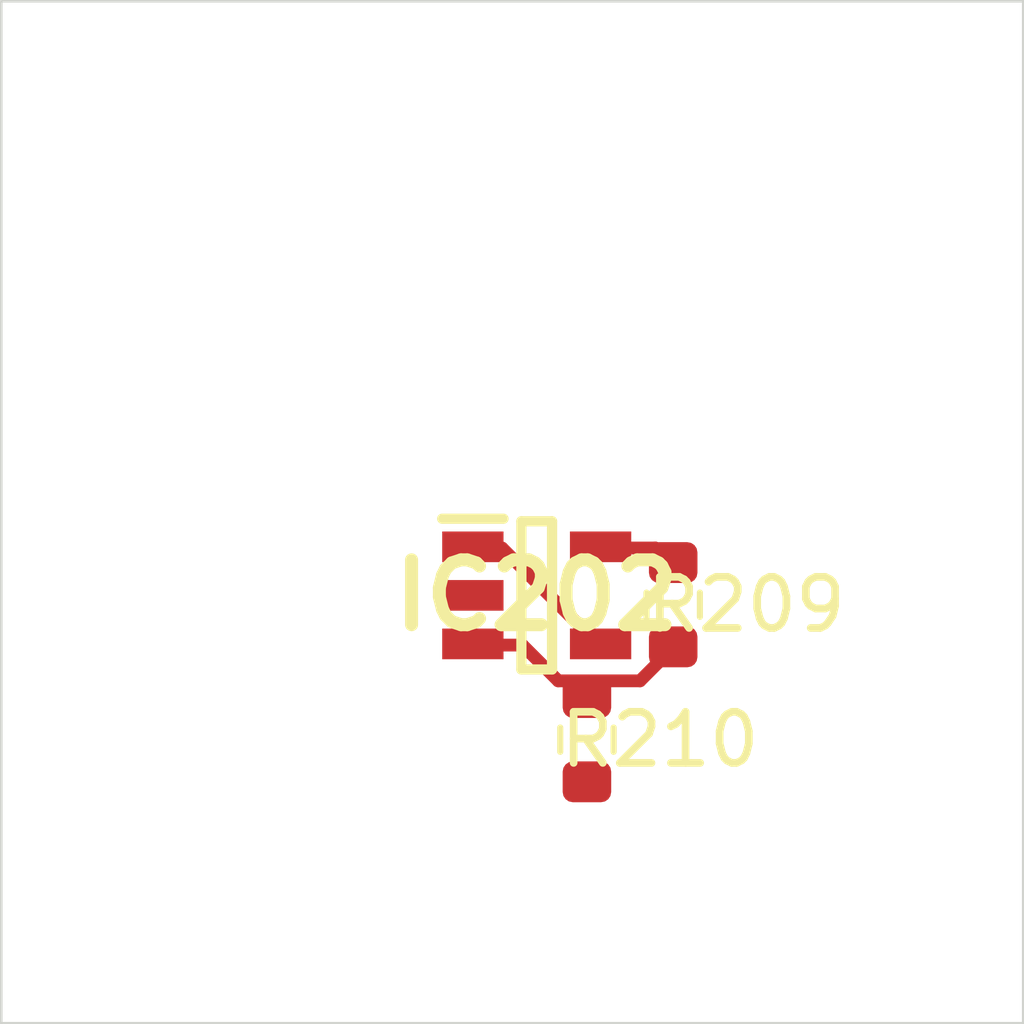
<source format=kicad_pcb>
 ( kicad_pcb  ( version 20171130 )
 ( host pcbnew 5.1.12-84ad8e8a86~92~ubuntu18.04.1 )
 ( general  ( thickness 1.6 )
 ( drawings 4 )
 ( tracks 0 )
 ( zones 0 )
 ( modules 3 )
 ( nets 5 )
)
 ( page A4 )
 ( layers  ( 0 F.Cu signal )
 ( 31 B.Cu signal )
 ( 32 B.Adhes user )
 ( 33 F.Adhes user )
 ( 34 B.Paste user )
 ( 35 F.Paste user )
 ( 36 B.SilkS user )
 ( 37 F.SilkS user )
 ( 38 B.Mask user )
 ( 39 F.Mask user )
 ( 40 Dwgs.User user )
 ( 41 Cmts.User user )
 ( 42 Eco1.User user )
 ( 43 Eco2.User user )
 ( 44 Edge.Cuts user )
 ( 45 Margin user )
 ( 46 B.CrtYd user )
 ( 47 F.CrtYd user )
 ( 48 B.Fab user )
 ( 49 F.Fab user )
)
 ( setup  ( last_trace_width 0.25 )
 ( trace_clearance 0.2 )
 ( zone_clearance 0.508 )
 ( zone_45_only no )
 ( trace_min 0.2 )
 ( via_size 0.8 )
 ( via_drill 0.4 )
 ( via_min_size 0.4 )
 ( via_min_drill 0.3 )
 ( uvia_size 0.3 )
 ( uvia_drill 0.1 )
 ( uvias_allowed no )
 ( uvia_min_size 0.2 )
 ( uvia_min_drill 0.1 )
 ( edge_width 0.05 )
 ( segment_width 0.2 )
 ( pcb_text_width 0.3 )
 ( pcb_text_size 1.5 1.5 )
 ( mod_edge_width 0.12 )
 ( mod_text_size 1 1 )
 ( mod_text_width 0.15 )
 ( pad_size 1.524 1.524 )
 ( pad_drill 0.762 )
 ( pad_to_mask_clearance 0 )
 ( aux_axis_origin 0 0 )
 ( visible_elements FFFFFF7F )
 ( pcbplotparams  ( layerselection 0x010fc_ffffffff )
 ( usegerberextensions false )
 ( usegerberattributes true )
 ( usegerberadvancedattributes true )
 ( creategerberjobfile true )
 ( excludeedgelayer true )
 ( linewidth 0.100000 )
 ( plotframeref false )
 ( viasonmask false )
 ( mode 1 )
 ( useauxorigin false )
 ( hpglpennumber 1 )
 ( hpglpenspeed 20 )
 ( hpglpendiameter 15.000000 )
 ( psnegative false )
 ( psa4output false )
 ( plotreference true )
 ( plotvalue true )
 ( plotinvisibletext false )
 ( padsonsilk false )
 ( subtractmaskfromsilk false )
 ( outputformat 1 )
 ( mirror false )
 ( drillshape 1 )
 ( scaleselection 1 )
 ( outputdirectory "" )
)
)
 ( net 0 "" )
 ( net 1 GND )
 ( net 2 VDDA )
 ( net 3 /Sheet6235D886/vp )
 ( net 4 "Net-(IC202-Pad3)" )
 ( net_class Default "This is the default net class."  ( clearance 0.2 )
 ( trace_width 0.25 )
 ( via_dia 0.8 )
 ( via_drill 0.4 )
 ( uvia_dia 0.3 )
 ( uvia_drill 0.1 )
 ( add_net /Sheet6235D886/vp )
 ( add_net GND )
 ( add_net "Net-(IC202-Pad3)" )
 ( add_net VDDA )
)
 ( module SOT95P280X145-5N locked  ( layer F.Cu )
 ( tedit 62336ED7 )
 ( tstamp 623423ED )
 ( at 90.479100 111.627000 )
 ( descr DBV0005A )
 ( tags "Integrated Circuit" )
 ( path /6235D887/6266C08E )
 ( attr smd )
 ( fp_text reference IC202  ( at 0 0 )
 ( layer F.SilkS )
 ( effects  ( font  ( size 1.27 1.27 )
 ( thickness 0.254 )
)
)
)
 ( fp_text value TL071HIDBVR  ( at 0 0 )
 ( layer F.SilkS )
hide  ( effects  ( font  ( size 1.27 1.27 )
 ( thickness 0.254 )
)
)
)
 ( fp_line  ( start -1.85 -1.5 )
 ( end -0.65 -1.5 )
 ( layer F.SilkS )
 ( width 0.2 )
)
 ( fp_line  ( start -0.3 1.45 )
 ( end -0.3 -1.45 )
 ( layer F.SilkS )
 ( width 0.2 )
)
 ( fp_line  ( start 0.3 1.45 )
 ( end -0.3 1.45 )
 ( layer F.SilkS )
 ( width 0.2 )
)
 ( fp_line  ( start 0.3 -1.45 )
 ( end 0.3 1.45 )
 ( layer F.SilkS )
 ( width 0.2 )
)
 ( fp_line  ( start -0.3 -1.45 )
 ( end 0.3 -1.45 )
 ( layer F.SilkS )
 ( width 0.2 )
)
 ( fp_line  ( start -0.8 -0.5 )
 ( end 0.15 -1.45 )
 ( layer Dwgs.User )
 ( width 0.1 )
)
 ( fp_line  ( start -0.8 1.45 )
 ( end -0.8 -1.45 )
 ( layer Dwgs.User )
 ( width 0.1 )
)
 ( fp_line  ( start 0.8 1.45 )
 ( end -0.8 1.45 )
 ( layer Dwgs.User )
 ( width 0.1 )
)
 ( fp_line  ( start 0.8 -1.45 )
 ( end 0.8 1.45 )
 ( layer Dwgs.User )
 ( width 0.1 )
)
 ( fp_line  ( start -0.8 -1.45 )
 ( end 0.8 -1.45 )
 ( layer Dwgs.User )
 ( width 0.1 )
)
 ( fp_line  ( start -2.1 1.775 )
 ( end -2.1 -1.775 )
 ( layer Dwgs.User )
 ( width 0.05 )
)
 ( fp_line  ( start 2.1 1.775 )
 ( end -2.1 1.775 )
 ( layer Dwgs.User )
 ( width 0.05 )
)
 ( fp_line  ( start 2.1 -1.775 )
 ( end 2.1 1.775 )
 ( layer Dwgs.User )
 ( width 0.05 )
)
 ( fp_line  ( start -2.1 -1.775 )
 ( end 2.1 -1.775 )
 ( layer Dwgs.User )
 ( width 0.05 )
)
 ( pad 1 smd rect  ( at -1.25 -0.95 90.000000 )
 ( size 0.6 1.2 )
 ( layers F.Cu F.Mask F.Paste )
 ( net 3 /Sheet6235D886/vp )
)
 ( pad 2 smd rect  ( at -1.25 0 90.000000 )
 ( size 0.6 1.2 )
 ( layers F.Cu F.Mask F.Paste )
 ( net 1 GND )
)
 ( pad 3 smd rect  ( at -1.25 0.95 90.000000 )
 ( size 0.6 1.2 )
 ( layers F.Cu F.Mask F.Paste )
 ( net 4 "Net-(IC202-Pad3)" )
)
 ( pad 4 smd rect  ( at 1.25 0.95 90.000000 )
 ( size 0.6 1.2 )
 ( layers F.Cu F.Mask F.Paste )
 ( net 3 /Sheet6235D886/vp )
)
 ( pad 5 smd rect  ( at 1.25 -0.95 90.000000 )
 ( size 0.6 1.2 )
 ( layers F.Cu F.Mask F.Paste )
 ( net 2 VDDA )
)
)
 ( module Resistor_SMD:R_0603_1608Metric  ( layer F.Cu )
 ( tedit 5F68FEEE )
 ( tstamp 62342595 )
 ( at 93.149900 111.810000 270.000000 )
 ( descr "Resistor SMD 0603 (1608 Metric), square (rectangular) end terminal, IPC_7351 nominal, (Body size source: IPC-SM-782 page 72, https://www.pcb-3d.com/wordpress/wp-content/uploads/ipc-sm-782a_amendment_1_and_2.pdf), generated with kicad-footprint-generator" )
 ( tags resistor )
 ( path /6235D887/623CDBD9 )
 ( attr smd )
 ( fp_text reference R209  ( at 0 -1.43 )
 ( layer F.SilkS )
 ( effects  ( font  ( size 1 1 )
 ( thickness 0.15 )
)
)
)
 ( fp_text value 100k  ( at 0 1.43 )
 ( layer F.Fab )
 ( effects  ( font  ( size 1 1 )
 ( thickness 0.15 )
)
)
)
 ( fp_line  ( start -0.8 0.4125 )
 ( end -0.8 -0.4125 )
 ( layer F.Fab )
 ( width 0.1 )
)
 ( fp_line  ( start -0.8 -0.4125 )
 ( end 0.8 -0.4125 )
 ( layer F.Fab )
 ( width 0.1 )
)
 ( fp_line  ( start 0.8 -0.4125 )
 ( end 0.8 0.4125 )
 ( layer F.Fab )
 ( width 0.1 )
)
 ( fp_line  ( start 0.8 0.4125 )
 ( end -0.8 0.4125 )
 ( layer F.Fab )
 ( width 0.1 )
)
 ( fp_line  ( start -0.237258 -0.5225 )
 ( end 0.237258 -0.5225 )
 ( layer F.SilkS )
 ( width 0.12 )
)
 ( fp_line  ( start -0.237258 0.5225 )
 ( end 0.237258 0.5225 )
 ( layer F.SilkS )
 ( width 0.12 )
)
 ( fp_line  ( start -1.48 0.73 )
 ( end -1.48 -0.73 )
 ( layer F.CrtYd )
 ( width 0.05 )
)
 ( fp_line  ( start -1.48 -0.73 )
 ( end 1.48 -0.73 )
 ( layer F.CrtYd )
 ( width 0.05 )
)
 ( fp_line  ( start 1.48 -0.73 )
 ( end 1.48 0.73 )
 ( layer F.CrtYd )
 ( width 0.05 )
)
 ( fp_line  ( start 1.48 0.73 )
 ( end -1.48 0.73 )
 ( layer F.CrtYd )
 ( width 0.05 )
)
 ( fp_text user %R  ( at 0 0 )
 ( layer F.Fab )
 ( effects  ( font  ( size 0.4 0.4 )
 ( thickness 0.06 )
)
)
)
 ( pad 1 smd roundrect  ( at -0.825 0 270.000000 )
 ( size 0.8 0.95 )
 ( layers F.Cu F.Mask F.Paste )
 ( roundrect_rratio 0.25 )
 ( net 2 VDDA )
)
 ( pad 2 smd roundrect  ( at 0.825 0 270.000000 )
 ( size 0.8 0.95 )
 ( layers F.Cu F.Mask F.Paste )
 ( roundrect_rratio 0.25 )
 ( net 4 "Net-(IC202-Pad3)" )
)
 ( model ${KISYS3DMOD}/Resistor_SMD.3dshapes/R_0603_1608Metric.wrl  ( at  ( xyz 0 0 0 )
)
 ( scale  ( xyz 1 1 1 )
)
 ( rotate  ( xyz 0 0 0 )
)
)
)
 ( module Resistor_SMD:R_0603_1608Metric  ( layer F.Cu )
 ( tedit 5F68FEEE )
 ( tstamp 623425A6 )
 ( at 91.461800 114.451000 270.000000 )
 ( descr "Resistor SMD 0603 (1608 Metric), square (rectangular) end terminal, IPC_7351 nominal, (Body size source: IPC-SM-782 page 72, https://www.pcb-3d.com/wordpress/wp-content/uploads/ipc-sm-782a_amendment_1_and_2.pdf), generated with kicad-footprint-generator" )
 ( tags resistor )
 ( path /6235D887/623CDBDF )
 ( attr smd )
 ( fp_text reference R210  ( at 0 -1.43 )
 ( layer F.SilkS )
 ( effects  ( font  ( size 1 1 )
 ( thickness 0.15 )
)
)
)
 ( fp_text value 100k  ( at 0 1.43 )
 ( layer F.Fab )
 ( effects  ( font  ( size 1 1 )
 ( thickness 0.15 )
)
)
)
 ( fp_line  ( start 1.48 0.73 )
 ( end -1.48 0.73 )
 ( layer F.CrtYd )
 ( width 0.05 )
)
 ( fp_line  ( start 1.48 -0.73 )
 ( end 1.48 0.73 )
 ( layer F.CrtYd )
 ( width 0.05 )
)
 ( fp_line  ( start -1.48 -0.73 )
 ( end 1.48 -0.73 )
 ( layer F.CrtYd )
 ( width 0.05 )
)
 ( fp_line  ( start -1.48 0.73 )
 ( end -1.48 -0.73 )
 ( layer F.CrtYd )
 ( width 0.05 )
)
 ( fp_line  ( start -0.237258 0.5225 )
 ( end 0.237258 0.5225 )
 ( layer F.SilkS )
 ( width 0.12 )
)
 ( fp_line  ( start -0.237258 -0.5225 )
 ( end 0.237258 -0.5225 )
 ( layer F.SilkS )
 ( width 0.12 )
)
 ( fp_line  ( start 0.8 0.4125 )
 ( end -0.8 0.4125 )
 ( layer F.Fab )
 ( width 0.1 )
)
 ( fp_line  ( start 0.8 -0.4125 )
 ( end 0.8 0.4125 )
 ( layer F.Fab )
 ( width 0.1 )
)
 ( fp_line  ( start -0.8 -0.4125 )
 ( end 0.8 -0.4125 )
 ( layer F.Fab )
 ( width 0.1 )
)
 ( fp_line  ( start -0.8 0.4125 )
 ( end -0.8 -0.4125 )
 ( layer F.Fab )
 ( width 0.1 )
)
 ( fp_text user %R  ( at 0 0 )
 ( layer F.Fab )
 ( effects  ( font  ( size 0.4 0.4 )
 ( thickness 0.06 )
)
)
)
 ( pad 2 smd roundrect  ( at 0.825 0 270.000000 )
 ( size 0.8 0.95 )
 ( layers F.Cu F.Mask F.Paste )
 ( roundrect_rratio 0.25 )
 ( net 1 GND )
)
 ( pad 1 smd roundrect  ( at -0.825 0 270.000000 )
 ( size 0.8 0.95 )
 ( layers F.Cu F.Mask F.Paste )
 ( roundrect_rratio 0.25 )
 ( net 4 "Net-(IC202-Pad3)" )
)
 ( model ${KISYS3DMOD}/Resistor_SMD.3dshapes/R_0603_1608Metric.wrl  ( at  ( xyz 0 0 0 )
)
 ( scale  ( xyz 1 1 1 )
)
 ( rotate  ( xyz 0 0 0 )
)
)
)
 ( gr_line  ( start 100 100 )
 ( end 100 120 )
 ( layer Edge.Cuts )
 ( width 0.05 )
 ( tstamp 62E770C4 )
)
 ( gr_line  ( start 80 120 )
 ( end 100 120 )
 ( layer Edge.Cuts )
 ( width 0.05 )
 ( tstamp 62E770C0 )
)
 ( gr_line  ( start 80 100 )
 ( end 100 100 )
 ( layer Edge.Cuts )
 ( width 0.05 )
 ( tstamp 6234110C )
)
 ( gr_line  ( start 80 100 )
 ( end 80 120 )
 ( layer Edge.Cuts )
 ( width 0.05 )
)
 ( segment  ( start 93.100001 111.000002 )
 ( end 92.800001 110.700002 )
 ( width 0.250000 )
 ( layer F.Cu )
 ( net 2 )
)
 ( segment  ( start 92.800001 110.700002 )
 ( end 91.700001 110.700002 )
 ( width 0.250000 )
 ( layer F.Cu )
 ( net 2 )
)
 ( segment  ( start 91.700001 112.600002 )
 ( end 89.800001 110.700002 )
 ( width 0.250000 )
 ( layer F.Cu )
 ( net 3 )
)
 ( segment  ( start 89.800001 110.700002 )
 ( end 89.200001 110.700002 )
 ( width 0.250000 )
 ( layer F.Cu )
 ( net 3 )
)
 ( segment  ( start 93.100001 112.600002 )
 ( end 93.100001 112.700002 )
 ( width 0.250000 )
 ( layer F.Cu )
 ( net 4 )
)
 ( segment  ( start 93.100001 112.700002 )
 ( end 92.500001 113.300002 )
 ( width 0.250000 )
 ( layer F.Cu )
 ( net 4 )
)
 ( segment  ( start 92.500001 113.300002 )
 ( end 90.900001 113.300002 )
 ( width 0.250000 )
 ( layer F.Cu )
 ( net 4 )
)
 ( segment  ( start 90.900001 113.300002 )
 ( end 90.200001 112.600002 )
 ( width 0.250000 )
 ( layer F.Cu )
 ( net 4 )
)
 ( segment  ( start 90.200001 112.600002 )
 ( end 89.200001 112.600002 )
 ( width 0.250000 )
 ( layer F.Cu )
 ( net 4 )
)
 ( segment  ( start 91.500001 113.600002 )
 ( end 91.500001 113.300002 )
 ( width 0.250000 )
 ( layer F.Cu )
 ( net 4 )
)
)

</source>
